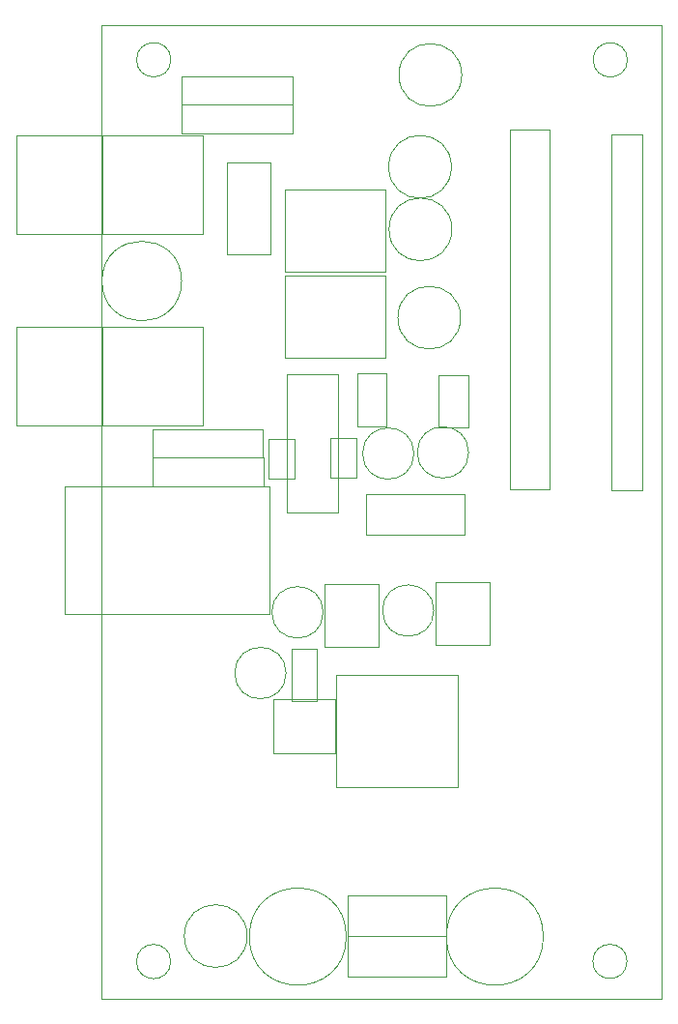
<source format=gbr>
%TF.GenerationSoftware,KiCad,Pcbnew,7.0.1*%
%TF.CreationDate,2023-11-03T16:30:39+00:00*%
%TF.ProjectId,SI4735,53493437-3335-42e6-9b69-6361645f7063,rev?*%
%TF.SameCoordinates,Original*%
%TF.FileFunction,Other,User*%
%FSLAX45Y45*%
G04 Gerber Fmt 4.5, Leading zero omitted, Abs format (unit mm)*
G04 Created by KiCad (PCBNEW 7.0.1) date 2023-11-03 16:30:39*
%MOMM*%
%LPD*%
G01*
G04 APERTURE LIST*
%ADD10C,0.050000*%
%TA.AperFunction,Profile*%
%ADD11C,0.050000*%
%TD*%
%TA.AperFunction,Profile*%
%ADD12C,0.100000*%
%TD*%
G04 APERTURE END LIST*
D10*
%TO.C,L1*%
X13972500Y-9042500D02*
X13592500Y-9042500D01*
X13592500Y-9042500D02*
X13592500Y-9846500D01*
X13972500Y-9846500D02*
X13972500Y-9042500D01*
X13592500Y-9846500D02*
X13972500Y-9846500D01*
%TO.C,C7*%
X15641989Y-10400000D02*
G75*
G03*
X15641989Y-10400000I-275000J0D01*
G01*
%TO.C,Q3*%
X14448250Y-13280000D02*
X14922250Y-13280000D01*
X14448250Y-13280000D02*
X14448250Y-12734000D01*
X14922250Y-12734000D02*
X14922250Y-13280000D01*
X14922250Y-12734000D02*
X14448250Y-12734000D01*
%TO.C,J4*%
X14649800Y-15816210D02*
X14649800Y-15461210D01*
X15514800Y-15816210D02*
X14649800Y-15816210D01*
X14649800Y-15461210D02*
X15514800Y-15461210D01*
X15514800Y-15461210D02*
X15514800Y-15816210D01*
%TO.C,D4*%
X13912500Y-11876500D02*
X13912500Y-11626500D01*
X13912500Y-11626500D02*
X12940500Y-11626500D01*
X12940500Y-11876500D02*
X13912500Y-11876500D01*
X12940500Y-11626500D02*
X12940500Y-11876500D01*
%TO.C,Q2*%
X15422000Y-13262260D02*
X15896000Y-13262260D01*
X15422000Y-13262260D02*
X15422000Y-12716260D01*
X15896000Y-12716260D02*
X15896000Y-13262260D01*
X15896000Y-12716260D02*
X15422000Y-12716260D01*
%TO.C,J3*%
X11749000Y-9664000D02*
X13379000Y-9664000D01*
X11749000Y-9664000D02*
X11749000Y-8804000D01*
X13379000Y-8804000D02*
X13379000Y-9664000D01*
X13379000Y-8804000D02*
X11749000Y-8804000D01*
%TO.C,J2*%
X15517300Y-15813710D02*
X15517300Y-16168710D01*
X14652300Y-15813710D02*
X15517300Y-15813710D01*
X15517300Y-16168710D02*
X14652300Y-16168710D01*
X14652300Y-16168710D02*
X14652300Y-15813710D01*
%TO.C,U4*%
X14550480Y-14507100D02*
X15620480Y-14507100D01*
X15620480Y-14507100D02*
X15620480Y-13527100D01*
X14550480Y-13527100D02*
X14550480Y-14507100D01*
X15620480Y-13527100D02*
X14550480Y-13527100D01*
%TO.C,C21*%
X14995000Y-10890000D02*
X14735000Y-10890000D01*
X14735000Y-10890000D02*
X14735000Y-11350000D01*
X14995000Y-11350000D02*
X14995000Y-10890000D01*
X14735000Y-11350000D02*
X14995000Y-11350000D01*
%TO.C,J1*%
X16070920Y-8753180D02*
X16425920Y-8753180D01*
X16070920Y-11903180D02*
X16070920Y-8753180D01*
X16425920Y-8753180D02*
X16425920Y-11903180D01*
X16425920Y-11903180D02*
X16070920Y-11903180D01*
%TO.C,C16*%
X13770000Y-15815000D02*
G75*
G03*
X13770000Y-15815000I-275000J0D01*
G01*
%TO.C,J10*%
X12170000Y-12997500D02*
X12170000Y-11877500D01*
X13970000Y-12997500D02*
X12170000Y-12997500D01*
X12170000Y-11877500D02*
X13970000Y-11877500D01*
X13970000Y-11877500D02*
X13970000Y-12997500D01*
%TO.C,C1*%
X15652500Y-8275000D02*
G75*
G03*
X15652500Y-8275000I-275000J0D01*
G01*
%TO.C,C20*%
X14437500Y-12980000D02*
G75*
G03*
X14437500Y-12980000I-225000J0D01*
G01*
%TO.C,C18*%
X15712500Y-11580000D02*
G75*
G03*
X15712500Y-11580000I-225000J0D01*
G01*
%TO.C,C11*%
X16367500Y-15820000D02*
G75*
G03*
X16367500Y-15820000I-425000J0D01*
G01*
%TO.C,C12*%
X14640000Y-15819700D02*
G75*
G03*
X14640000Y-15819700I-425000J0D01*
G01*
%TO.C,C19*%
X15407500Y-12964760D02*
G75*
G03*
X15407500Y-12964760I-225000J0D01*
G01*
%TO.C,C14*%
X14112500Y-13512120D02*
G75*
G03*
X14112500Y-13512120I-225000J0D01*
G01*
%TO.C,C8*%
X15565000Y-9627000D02*
G75*
G03*
X15565000Y-9627000I-275000J0D01*
G01*
%TO.C,J7*%
X14812000Y-12300000D02*
X14812000Y-11945000D01*
X15677000Y-12300000D02*
X14812000Y-12300000D01*
X14812000Y-11945000D02*
X15677000Y-11945000D01*
X15677000Y-11945000D02*
X15677000Y-12300000D01*
%TO.C,U1*%
X14982500Y-10750000D02*
X14982500Y-10030000D01*
X14982500Y-10030000D02*
X14102500Y-10030000D01*
X14102500Y-10750000D02*
X14982500Y-10750000D01*
X14102500Y-10030000D02*
X14102500Y-10750000D01*
%TO.C,D3*%
X12939500Y-11374000D02*
X12939500Y-11624000D01*
X12939500Y-11624000D02*
X13911500Y-11624000D01*
X13911500Y-11374000D02*
X12939500Y-11374000D01*
X13911500Y-11624000D02*
X13911500Y-11374000D01*
%TO.C,Q1*%
X14546580Y-14210240D02*
X14546580Y-13736240D01*
X14546580Y-14210240D02*
X14000580Y-14210240D01*
X14000580Y-13736240D02*
X14546580Y-13736240D01*
X14000580Y-13736240D02*
X14000580Y-14210240D01*
%TO.C,L2*%
X13196500Y-10080000D02*
G75*
G03*
X13196500Y-10080000I-349000J0D01*
G01*
%TO.C,C17*%
X15712500Y-10902500D02*
X15452500Y-10902500D01*
X15452500Y-10902500D02*
X15452500Y-11362500D01*
X15712500Y-11362500D02*
X15712500Y-10902500D01*
X15452500Y-11362500D02*
X15712500Y-11362500D01*
%TO.C,C5*%
X15562000Y-9079511D02*
G75*
G03*
X15562000Y-9079511I-275000J0D01*
G01*
%TO.C,Y1*%
X14120000Y-10895000D02*
X14120000Y-12105000D01*
X14120000Y-12105000D02*
X14570000Y-12105000D01*
X14570000Y-10895000D02*
X14120000Y-10895000D01*
X14570000Y-12105000D02*
X14570000Y-10895000D01*
%TO.C,D1*%
X14169500Y-8785000D02*
X14169500Y-8535000D01*
X14169500Y-8535000D02*
X13197500Y-8535000D01*
X13197500Y-8785000D02*
X14169500Y-8785000D01*
X13197500Y-8535000D02*
X13197500Y-8785000D01*
%TO.C,J8*%
X13960000Y-11814000D02*
X13960000Y-11459000D01*
X14190000Y-11814000D02*
X13960000Y-11814000D01*
X13960000Y-11459000D02*
X14190000Y-11459000D01*
X14190000Y-11459000D02*
X14190000Y-11814000D01*
%TO.C,J9*%
X14502500Y-11805000D02*
X14502500Y-11450000D01*
X14732500Y-11805000D02*
X14502500Y-11805000D01*
X14502500Y-11450000D02*
X14732500Y-11450000D01*
X14732500Y-11450000D02*
X14732500Y-11805000D01*
%TO.C,R14*%
X14385580Y-13298830D02*
X14385580Y-13754830D01*
X14161580Y-13298830D02*
X14385580Y-13298830D01*
X14385580Y-13754830D02*
X14161580Y-13754830D01*
X14161580Y-13754830D02*
X14161580Y-13298830D01*
%TO.C,D2*%
X13199000Y-8285000D02*
X13199000Y-8535000D01*
X13199000Y-8535000D02*
X14171000Y-8535000D01*
X14171000Y-8285000D02*
X13199000Y-8285000D01*
X14171000Y-8535000D02*
X14171000Y-8285000D01*
%TO.C,J5*%
X11748500Y-11341000D02*
X13378500Y-11341000D01*
X11748500Y-11341000D02*
X11748500Y-10481000D01*
X13378500Y-10481000D02*
X13378500Y-11341000D01*
X13378500Y-10481000D02*
X11748500Y-10481000D01*
%TO.C,U2*%
X14982500Y-9997500D02*
X14982500Y-9277500D01*
X14982500Y-9277500D02*
X14102500Y-9277500D01*
X14102500Y-9997500D02*
X14982500Y-9997500D01*
X14102500Y-9277500D02*
X14102500Y-9997500D01*
%TO.C,C22*%
X15232500Y-11589760D02*
G75*
G03*
X15232500Y-11589760I-225000J0D01*
G01*
%TD*%
D11*
X17104000Y-8143000D02*
G75*
G03*
X17104000Y-8143000I-150000J0D01*
G01*
X13102000Y-8142000D02*
G75*
G03*
X13102000Y-8142000I-150000J0D01*
G01*
X13101000Y-16038000D02*
G75*
G03*
X13101000Y-16038000I-150000J0D01*
G01*
X16965500Y-8793000D02*
X17237000Y-8793000D01*
X17237000Y-11913000D01*
X16965500Y-11913000D01*
X16965500Y-8793000D01*
X17101000Y-16037000D02*
G75*
G03*
X17101000Y-16037000I-150000J0D01*
G01*
X12496500Y-7836500D02*
X17404000Y-7836500D01*
X17404000Y-16369000D01*
X12496500Y-16369000D01*
X12496500Y-7836500D01*
D12*
%TO.C,J3*%
X12499000Y-8804000D02*
X12499000Y-9664000D01*
%TO.C,J5*%
X12498500Y-10481000D02*
X12498500Y-11341000D01*
%TD*%
M02*

</source>
